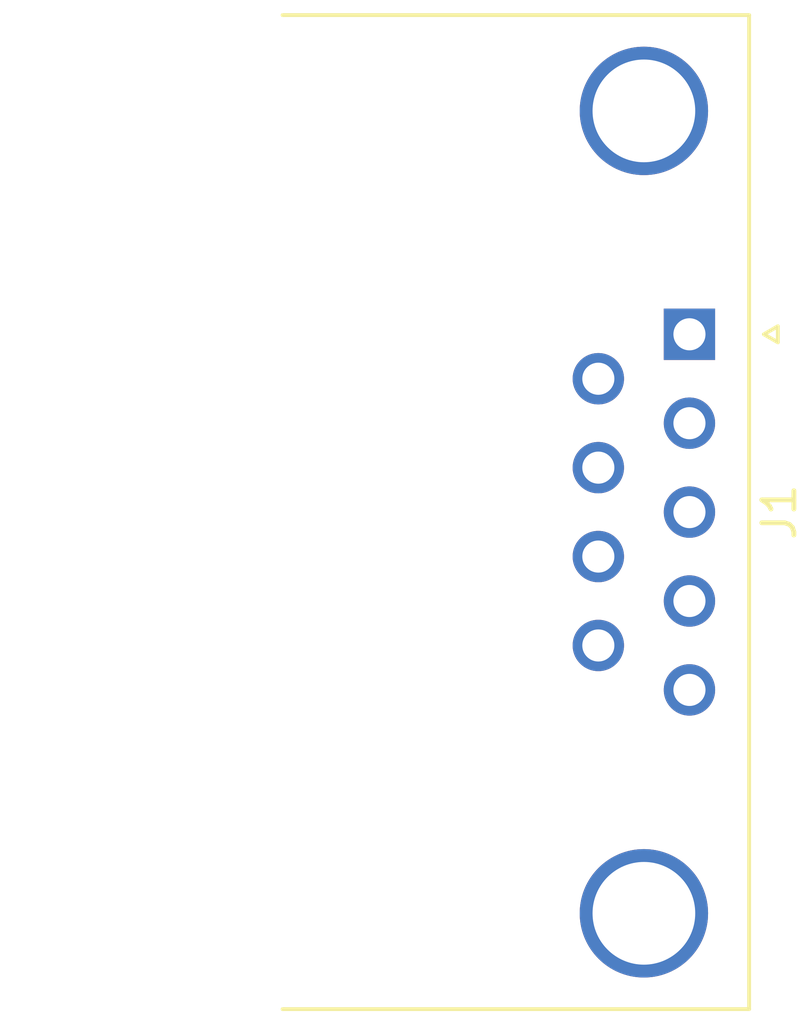
<source format=kicad_pcb>
(kicad_pcb (version 20241229) (generator "pcbnew") (generator_version "9.0")
  (layers (0 "F.Cu" signal) (4 "In1.Cu" signal) (6 "In2.Cu" signal) (2 "B.Cu" signal) (13 "F.Paste" user) (15 "B.Paste" user) (5 "F.SilkS" user "F.Silkscreen") (7 "B.SilkS" user "B.Silkscreen") (1 "F.Mask" user) (3 "B.Mask" user) (25 "Edge.Cuts" user))
  (net 0 "")
  (footprint "Connector_Dsub:DSUB-9_Pins_Horizontal_P2.77x2.84mm_EdgePinOffset9.90mm_Housed_MountingHolesOffset11.32mm" (layer "F.Cu") (at 93.425331 98.46 -90)
    (property "Reference" "J1" (at 5.54 -2.8 90) (layer "F.SilkS"))
    (property "Value" "DE9_Pins")
    (fp_line (start -9.945 12.68) (end -9.945 -1.86) (stroke (width 0.12)) (layer "F.SilkS"))
    (fp_line (start -9.945 -1.86) (end 21.025 -1.86) (stroke (width 0.12)) (layer "F.SilkS"))
    (fp_line (start 21.025 -1.86) (end 21.025 12.68) (stroke (width 0.12)) (layer "F.SilkS"))
    (fp_line (start 0 -2.321325) (end -0.25 -2.754338) (stroke (width 0.12)) (layer "F.SilkS"))
    (fp_line (start -0.25 -2.754338) (end 0.25 -2.754338) (stroke (width 0.12)) (layer "F.SilkS"))
    (fp_line (start 0.25 -2.754338) (end 0 -2.321325) (stroke (width 0.12)) (layer "F.SilkS"))
    (pad "0" thru_hole circle (at -6.96 1.42 270) (size 4 4) (drill 3.2) (layers "*.Cu" "*.Mask"))
    (pad "0" thru_hole circle (at 18.04 1.42 270) (size 4 4) (drill 3.2) (layers "*.Cu" "*.Mask"))
    (pad "1" thru_hole rect (at 0 0 270) (size 1.6 1.6) (drill 1) (layers "*.Cu" "*.Mask"))
    (pad "2" thru_hole circle (at 2.77 0 270) (size 1.6 1.6) (drill 1) (layers "*.Cu" "*.Mask"))
    (pad "3" thru_hole circle (at 5.54 0 270) (size 1.6 1.6) (drill 1) (layers "*.Cu" "*.Mask"))
    (pad "4" thru_hole circle (at 8.31 0 270) (size 1.6 1.6) (drill 1) (layers "*.Cu" "*.Mask"))
    (pad "5" thru_hole circle (at 11.08 0 270) (size 1.6 1.6) (drill 1) (layers "*.Cu" "*.Mask"))
    (pad "6" thru_hole circle (at 1.385 2.84 270) (size 1.6 1.6) (drill 1) (layers "*.Cu" "*.Mask"))
    (pad "7" thru_hole circle (at 4.155 2.84 270) (size 1.6 1.6) (drill 1) (layers "*.Cu" "*.Mask"))
    (pad "8" thru_hole circle (at 6.925 2.84 270) (size 1.6 1.6) (drill 1) (layers "*.Cu" "*.Mask"))
    (pad "9" thru_hole circle (at 9.695 2.84 270) (size 1.6 1.6) (drill 1) (layers "*.Cu" "*.Mask"))
  )
)
</source>
